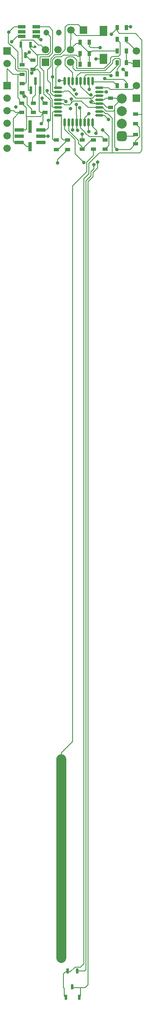
<source format=gtl>
%FSLAX25Y25*%
%MOIN*%
G70*
G01*
G75*
G04 Layer_Physical_Order=1*
G04 Layer_Color=255*
%ADD10R,0.03937X0.02756*%
%ADD11R,0.02362X0.03937*%
%ADD12R,0.01969X0.03937*%
%ADD13R,0.02756X0.03937*%
%ADD14R,0.06299X0.07874*%
%ADD15O,0.02165X0.06496*%
%ADD16O,0.06496X0.02165*%
%ADD17R,0.02362X0.05118*%
%ADD18R,0.06299X0.02756*%
%ADD19R,0.02362X0.05906*%
%ADD20R,0.03150X0.09843*%
%ADD21R,0.03150X0.07480*%
%ADD22R,0.07480X0.03150*%
%ADD23C,0.00787*%
%ADD24C,0.07874*%
G04:AMPARAMS|DCode=25|XSize=78.74mil|YSize=78.74mil|CornerRadius=19.69mil|HoleSize=0mil|Usage=FLASHONLY|Rotation=270.000|XOffset=0mil|YOffset=0mil|HoleType=Round|Shape=RoundedRectangle|*
%AMROUNDEDRECTD25*
21,1,0.07874,0.03937,0,0,270.0*
21,1,0.03937,0.07874,0,0,270.0*
1,1,0.03937,-0.01969,-0.01969*
1,1,0.03937,-0.01969,0.01969*
1,1,0.03937,0.01969,0.01969*
1,1,0.03937,0.01969,-0.01969*
%
%ADD25ROUNDEDRECTD25*%
%ADD26C,0.07874*%
%ADD27C,0.05906*%
%ADD28R,0.05906X0.05906*%
%ADD29R,0.05906X0.05906*%
%ADD30C,0.04724*%
%ADD31C,0.02362*%
%ADD32C,0.02756*%
D10*
X30709Y278937D02*
D03*
Y286417D02*
D03*
X21555Y286417D02*
D03*
Y278937D02*
D03*
X44193Y319685D02*
D03*
Y312205D02*
D03*
X-17618Y342716D02*
D03*
Y350197D02*
D03*
X-26476Y338779D02*
D03*
Y346260D02*
D03*
X-26575Y331496D02*
D03*
Y324016D02*
D03*
X-26673Y315748D02*
D03*
Y308268D02*
D03*
X-17284Y315748D02*
D03*
Y308268D02*
D03*
X-7973D02*
D03*
Y315748D02*
D03*
X886Y286220D02*
D03*
Y278740D02*
D03*
X9842D02*
D03*
Y286220D02*
D03*
X39764Y278937D02*
D03*
Y286417D02*
D03*
X64272Y299410D02*
D03*
Y306890D02*
D03*
X64272Y283268D02*
D03*
Y290748D02*
D03*
D11*
X13681Y-389370D02*
D03*
X17421Y-376772D02*
D03*
X9941D02*
D03*
D12*
X8464Y-397539D02*
D03*
X19193D02*
D03*
D13*
X27362Y346555D02*
D03*
X19882D02*
D03*
X27362Y355374D02*
D03*
X19882D02*
D03*
Y364232D02*
D03*
X27362D02*
D03*
X56890Y348150D02*
D03*
X49409D02*
D03*
Y338957D02*
D03*
X56890D02*
D03*
X49409Y329724D02*
D03*
X56890D02*
D03*
X49409Y357460D02*
D03*
X56890D02*
D03*
Y366654D02*
D03*
X49409D02*
D03*
Y375984D02*
D03*
X56890D02*
D03*
D14*
X38386Y351181D02*
D03*
Y373228D02*
D03*
D15*
X29724Y300394D02*
D03*
X26575D02*
D03*
X23425D02*
D03*
X20276D02*
D03*
X17126D02*
D03*
X13976D02*
D03*
X10827D02*
D03*
X7677D02*
D03*
Y333464D02*
D03*
X10827D02*
D03*
X13976D02*
D03*
X17126D02*
D03*
X20276D02*
D03*
X23425D02*
D03*
X26575D02*
D03*
X29724D02*
D03*
D16*
X2165Y305905D02*
D03*
Y309055D02*
D03*
Y312205D02*
D03*
Y315354D02*
D03*
Y318504D02*
D03*
Y321653D02*
D03*
Y324803D02*
D03*
Y327953D02*
D03*
X35236D02*
D03*
Y324803D02*
D03*
Y321653D02*
D03*
Y318504D02*
D03*
Y315354D02*
D03*
Y312205D02*
D03*
Y309055D02*
D03*
Y305905D02*
D03*
D17*
X-23622Y354134D02*
D03*
X-27362Y362401D02*
D03*
X-19882D02*
D03*
D18*
X-15157Y369094D02*
D03*
Y376575D02*
D03*
Y372835D02*
D03*
X-26772D02*
D03*
Y376575D02*
D03*
Y369094D02*
D03*
D19*
X-19488Y325984D02*
D03*
X-12008D02*
D03*
X-15748Y333465D02*
D03*
D20*
X-20079Y297047D02*
D03*
D21*
Y280906D02*
D03*
D22*
X-11520Y284354D02*
D03*
Y294354D02*
D03*
Y289354D02*
D03*
X-28638D02*
D03*
Y294354D02*
D03*
Y284354D02*
D03*
D23*
X540Y327953D02*
Y343537D01*
X-2008Y333151D02*
Y350500D01*
X-2271Y332888D02*
X-2008Y333151D01*
X-6196Y333927D02*
X-3846Y331576D01*
Y324028D02*
Y331576D01*
Y324028D02*
X-1471Y321653D01*
X-24112Y331496D02*
X-23271Y332337D01*
X-26575Y331496D02*
X-24112D01*
X-17520Y360039D02*
X-16240D01*
X-19882Y362401D02*
X-17520Y360039D01*
X-16240D02*
Y360728D01*
X-26764Y366144D02*
X-17400D01*
X-19882Y359248D02*
Y362401D01*
Y359248D02*
X-14871Y354237D01*
X-17400Y366144D02*
X-13325Y362069D01*
X-15157Y376575D02*
X-4925D01*
X-35138Y362106D02*
X-29771Y356739D01*
Y343537D02*
Y356739D01*
X-26476Y346260D02*
Y357751D01*
X-29148Y342913D02*
X-22271D01*
X-29771Y343537D02*
X-29148Y342913D01*
X-30271Y341338D02*
X-23271D01*
X-31871Y342938D02*
X-30271Y341338D01*
X-31871Y342938D02*
Y350769D01*
X-38386Y357284D02*
X-31871Y350769D01*
X-37303Y371949D02*
X-37008Y372244D01*
X-37303Y363605D02*
Y371949D01*
Y363605D02*
X-35804Y362106D01*
X-35138D01*
X-34744Y364665D02*
X-30315Y369094D01*
X-26772D01*
X-32677Y376575D02*
X-26772D01*
X-37008Y372244D02*
X-32677Y376575D01*
X-17618Y340650D02*
Y342716D01*
X-18701Y339567D02*
X-17618Y340650D01*
X-2071Y355609D02*
Y373721D01*
X-4925Y376575D02*
X-2071Y373721D01*
X-15157Y369094D02*
X-12500Y366437D01*
X-11371D01*
X-13325Y362069D02*
X-11518D01*
X27090Y288976D02*
X37205D01*
X24213Y291853D02*
X27090Y288976D01*
X20276Y295942D02*
X24213Y292005D01*
X20276Y295942D02*
Y300394D01*
X24213Y291853D02*
Y292005D01*
X21555Y290846D02*
X21654Y290945D01*
X21555Y286417D02*
Y290846D01*
X35236Y324803D02*
X41732D01*
X41732Y324803D01*
X40945D02*
X41732D01*
X43945Y326537D02*
X61773D01*
X42529Y327953D02*
X43945Y326537D01*
X35236Y327953D02*
X42529D01*
X39370Y305905D02*
X42520Y302756D01*
X35236Y305905D02*
X39370D01*
X41808Y307480D02*
X45669Y303619D01*
X40104Y307480D02*
X41808D01*
X45669Y276531D02*
Y303619D01*
X32677Y291732D02*
X33071D01*
X38529Y309055D02*
X40104Y307480D01*
X37453Y294146D02*
X37795Y294488D01*
X37453Y294146D02*
X37795Y294488D01*
X37453Y294146D02*
Y294146D01*
X26575Y293110D02*
X26772Y292913D01*
X18406Y283858D02*
X21555Y280709D01*
X18406Y283858D02*
Y286184D01*
X10827Y293763D02*
X18406Y286184D01*
X10827Y293763D02*
Y300394D01*
X15748Y275295D02*
Y286614D01*
X7677Y294685D02*
X15748Y286614D01*
X7677Y294685D02*
Y300394D01*
X15748Y275295D02*
X22736Y268307D01*
X1968Y270866D02*
X9842Y278740D01*
X1968Y268012D02*
Y270866D01*
X2362Y278740D02*
X9842Y286220D01*
X-2271Y287020D02*
Y308255D01*
Y287020D02*
X-1471Y286220D01*
X886D01*
X-5512Y295914D02*
Y302137D01*
X-7071Y294354D02*
X-5512Y295914D01*
X-11520Y294354D02*
X-7071D01*
X7696Y314345D02*
X11426D01*
X6686Y315354D02*
X7696Y314345D01*
X2165Y315354D02*
X6686D01*
X26870Y267815D02*
X35192Y276137D01*
X25295Y268602D02*
X30709Y274016D01*
X25295Y261122D02*
Y268602D01*
X26870Y259252D02*
Y267815D01*
X33858Y264111D02*
Y268799D01*
X13780Y249606D02*
X25295Y261122D01*
X13780Y-193701D02*
Y249606D01*
X4921Y-202559D02*
X13780Y-193701D01*
X4921Y-207677D02*
Y-202559D01*
X11912Y-377461D02*
X15751Y-373622D01*
X8071Y-377461D02*
X11912D01*
X6496Y-379036D02*
X8071Y-377461D01*
X6496Y-389761D02*
Y-379036D01*
Y-389761D02*
X7382Y-390647D01*
Y-396507D02*
Y-390647D01*
Y-396507D02*
X8366Y-397491D01*
X22952Y255334D02*
X26870Y259252D01*
X22952Y237490D02*
Y255334D01*
Y237490D02*
X23031Y237411D01*
Y32283D02*
Y237411D01*
X24527Y253740D02*
X28543Y257756D01*
X24527Y238142D02*
Y253740D01*
Y238142D02*
X24606Y238063D01*
Y-375787D02*
Y238063D01*
X26102Y253088D02*
X30118Y257104D01*
X26102Y238794D02*
Y253088D01*
Y238794D02*
X26181Y238715D01*
Y-387795D02*
Y238715D01*
X30118Y257104D02*
Y260371D01*
X28543Y257756D02*
Y261023D01*
X30709Y274016D02*
Y278937D01*
X69291Y306693D02*
Y366174D01*
Y277953D02*
Y306693D01*
X64468D02*
X69291D01*
X64272Y306890D02*
X64468Y306693D01*
X64272Y299410D02*
X67323Y296358D01*
Y292812D02*
Y296358D01*
Y292812D02*
X67421Y292714D01*
Y288881D02*
Y292714D01*
X64272Y285731D02*
X67421Y288881D01*
X64272Y283268D02*
Y285731D01*
X64129Y371337D02*
X69291Y366174D01*
X67475Y276137D02*
X69291Y277953D01*
X53150Y289370D02*
X62894D01*
X64272Y290748D01*
X49229Y278740D02*
X59744D01*
X64272Y283268D01*
X46063Y276137D02*
X67475D01*
X26575Y293110D02*
Y300394D01*
X33071Y291732D02*
Y293701D01*
X29724Y297047D02*
X33071Y293701D01*
X29724Y297047D02*
Y300394D01*
X39764Y278937D02*
X42913Y282087D01*
Y289370D01*
X37795Y294488D02*
X42913Y289370D01*
X37795Y294488D02*
X37795D01*
X21555Y278937D02*
X29035Y286417D01*
X30709D01*
X37205Y288976D02*
X39764Y286417D01*
X21555Y278937D02*
Y280709D01*
X17126Y294094D02*
Y300394D01*
X17126Y294094D02*
X17717D01*
X17126Y294094D02*
X17126Y294094D01*
X35192Y276137D02*
X46063D01*
X45669Y276531D02*
X46063Y276137D01*
X40529Y309437D02*
X46529D01*
X47429Y280540D02*
Y310337D01*
Y280540D02*
X49229Y278740D01*
X22835Y-370866D02*
Y32087D01*
X23031Y32283D01*
X20079Y-373622D02*
X22835Y-370866D01*
X15751Y-373622D02*
X20079D01*
X17421Y-376772D02*
X23622D01*
X24606Y-375787D01*
X23917Y-390059D02*
X26181Y-387795D01*
X20079Y-390059D02*
X23917D01*
X20276Y-396507D02*
Y-390256D01*
X19291Y-397491D02*
X20276Y-396507D01*
X886Y278740D02*
X2362D01*
X45790Y349547D02*
X47542Y351300D01*
X49409Y338957D02*
Y343133D01*
X39981Y341762D02*
Y341762D01*
X45790Y347570D02*
Y349547D01*
X39981Y341762D02*
X45790Y347570D01*
X47542Y351300D02*
X51277D01*
X51968Y350608D01*
Y345692D02*
Y350608D01*
X49409Y343133D02*
X51968Y345692D01*
X46456Y332678D02*
X49409Y329724D01*
X30511Y332678D02*
X46456D01*
X29724Y333464D02*
X30511Y332678D01*
X4829Y287920D02*
Y305905D01*
X56890Y376637D02*
X60329D01*
X16817Y369837D02*
X38386D01*
X44193Y319685D02*
X48429D01*
X47429Y310337D02*
Y313649D01*
X12929Y315848D02*
X14336Y317255D01*
X-14871Y354237D02*
X-13971Y353337D01*
X-28928Y338779D02*
X-26476D01*
X-33671D02*
X-28928D01*
X-38386Y338437D02*
Y343494D01*
X-9671Y300937D02*
Y308268D01*
X-28371Y315748D02*
Y318637D01*
X49409Y373256D02*
Y375317D01*
X3229Y333537D02*
X7677D01*
X-6371Y324153D02*
Y325637D01*
X-18771Y308268D02*
Y311137D01*
X-26071Y324016D02*
X-22371Y320316D01*
X19882Y346555D02*
Y353165D01*
X17835D02*
X19882D01*
X29812Y315354D02*
X31929D01*
X27681Y319687D02*
X29720Y317607D01*
X31929Y315354D01*
X27681Y319687D02*
X29729D01*
X-2271Y332888D02*
Y336837D01*
Y325779D02*
Y332888D01*
Y325303D02*
Y325779D01*
X-1771Y324803D02*
X-1295D01*
X-28671Y308268D02*
X-26673D01*
X-31814D02*
X-28671D01*
X32529Y351137D02*
X38386D01*
X49409Y345717D02*
Y348150D01*
X43879Y340187D02*
X49409Y345717D01*
X20076Y340187D02*
X43879D01*
X17126Y337237D02*
X20076Y340187D01*
X17126Y333464D02*
Y337237D01*
X7260Y318504D02*
X8655Y317109D01*
X2165Y318504D02*
X7260D01*
X-14871Y354237D02*
X-6216D01*
X-3740Y356713D01*
Y368740D01*
X-7047Y372047D02*
X-3740Y368740D01*
X29409Y357460D02*
X49409D01*
X27362Y355413D02*
X29409Y357460D01*
X11426Y314345D02*
X12929Y315848D01*
Y319137D01*
X16948Y363247D02*
X19882D01*
X12126Y358425D02*
X16948Y363247D01*
X-38386Y338437D02*
X-38386Y329724D01*
X-11471Y304937D02*
X-9744Y308268D01*
X-23071Y304937D02*
X-11471D01*
X-23071D02*
X-22871Y302737D01*
Y295354D02*
Y302737D01*
X-26673Y315748D02*
X-23071Y312146D01*
Y304937D02*
Y312146D01*
X-23871Y294354D02*
X-22871Y295354D01*
X-28638Y294354D02*
X-23871D01*
X51329Y371337D02*
X64129D01*
X49409Y373256D02*
X51329Y371337D01*
X10827Y329937D02*
Y333464D01*
Y329937D02*
X14527Y326237D01*
X15229D01*
X20276Y329137D02*
Y333464D01*
Y329137D02*
X27076Y322337D01*
X28429D01*
X-11520Y289354D02*
X-5689D01*
X13976Y294237D02*
Y300394D01*
X-23271Y332337D02*
Y341338D01*
X-19685Y350197D02*
X-17618D01*
X-23622Y354134D02*
X-19685Y350197D01*
X41279Y312205D02*
X44193D01*
X38129Y315354D02*
X41279Y312205D01*
X35236Y315354D02*
X38129D01*
X2165Y324803D02*
X6770D01*
X11028Y325296D02*
X16637Y319687D01*
X27681D01*
X31929Y315354D02*
X35236D01*
X-27362Y362401D02*
X-26476Y357751D01*
X35236Y309055D02*
X38529D01*
X16829Y306337D02*
Y314637D01*
Y306337D02*
X17126Y306040D01*
Y300394D02*
Y306040D01*
X14336Y317255D02*
X21032D01*
X26082Y312205D01*
X35236D01*
X56890Y338957D02*
Y339876D01*
X54129Y342637D02*
X56890Y339876D01*
X28629Y316537D02*
X29812Y315354D01*
X56890Y329724D02*
Y332337D01*
X54590Y334637D02*
X56890Y332337D01*
X40029Y334637D02*
X54590D01*
X39429Y335237D02*
X40029Y334637D01*
X19429Y311937D02*
X20276Y311090D01*
Y300394D02*
Y311090D01*
X38386Y351137D02*
Y351181D01*
X27129Y326837D02*
Y330783D01*
X26575Y331337D02*
X27129Y330783D01*
X26575Y331337D02*
Y333464D01*
X-26575Y322840D02*
Y324016D01*
Y322840D02*
X-24671Y320937D01*
X-6471Y325637D02*
X-6371D01*
Y324153D02*
X-3871Y321653D01*
X-1471Y312205D02*
X2165D01*
X-1295Y324803D02*
X2165D01*
X-2271Y325779D02*
X-1295Y324803D01*
X-2008Y350500D02*
X129Y352637D01*
X4920D01*
X6417Y354134D01*
X16866D01*
X17835Y353165D01*
X19882D02*
Y355413D01*
X18417Y378237D02*
X22638Y374015D01*
X9729Y378237D02*
X18417D01*
X7929Y376437D02*
X9729Y378237D01*
X7929Y358382D02*
Y376437D01*
X3784Y354237D02*
X7929Y358382D01*
X-498Y354237D02*
X3784D01*
X-3583Y351152D02*
X-498Y354237D01*
X-3583Y345137D02*
Y351152D01*
X-6196Y342523D02*
X-3583Y345137D01*
X-6196Y333927D02*
Y342523D01*
X-1471Y321653D02*
X2165D01*
X2126Y345123D02*
Y348425D01*
X540Y343537D02*
X2126Y345123D01*
X540Y327953D02*
X2165D01*
X-2271Y325303D02*
X-1771Y324803D01*
X-13971Y346364D02*
Y353337D01*
X-17618Y342716D02*
X-13971Y346364D01*
X-23622Y354134D02*
X-22974D01*
X-20721Y356387D01*
X-28371Y315748D02*
X-26673D01*
X-29771Y320037D02*
X-28371Y318637D01*
X-29771Y320037D02*
Y337937D01*
X-28928Y338779D01*
X-21371Y325984D02*
X-19488D01*
X-21371D02*
Y342013D01*
X-22271Y342913D02*
X-21371Y342013D01*
X-38386Y343494D02*
X-33671Y338779D01*
X49409Y375317D02*
Y375984D01*
X44929Y370837D02*
X49409Y375317D01*
X23425Y303933D02*
X26829Y307337D01*
X23425Y300394D02*
Y303933D01*
X-11271Y299337D02*
X-9671Y300937D01*
X-9744Y308268D02*
X-9671D01*
X35236Y312205D02*
X37761D01*
X40529Y309437D01*
X46529D02*
X47429Y310337D01*
Y313649D02*
X53150Y319370D01*
X-11802Y308268D02*
X-9744D01*
X-12008Y323237D02*
Y325984D01*
X-15748Y322458D02*
Y333465D01*
X-18170Y320037D02*
X-15748Y322458D01*
X-18170Y315748D02*
Y320037D01*
X-12008Y344291D02*
Y352559D01*
X-5121D01*
X-2071Y355609D01*
X23425Y333464D02*
Y337137D01*
X24521Y338233D01*
X44033D01*
X44629Y337637D01*
X13976Y333464D02*
Y340090D01*
X7929Y346137D02*
X13976Y340090D01*
X7929Y346137D02*
Y350759D01*
X9729Y352559D01*
X14700D01*
X17323Y349937D01*
Y343337D02*
Y349937D01*
Y343337D02*
X39329D01*
X44215Y348223D01*
Y351537D01*
X45553Y352875D01*
X50467D01*
X52029Y354437D01*
Y364035D01*
X49409Y366654D02*
X52029Y364035D01*
X12126Y348425D02*
X14329Y346222D01*
Y343537D02*
Y346222D01*
Y343537D02*
X16104Y341762D01*
X39981D01*
X6770Y324803D02*
X7263Y325296D01*
X11028D01*
X29729Y319687D02*
X31696Y321653D01*
X35236D01*
X7677Y333464D02*
Y333537D01*
X56890Y375984D02*
Y376637D01*
X-2271Y308255D02*
X-1471Y309055D01*
X2165D01*
X-11518Y362069D02*
X-7874Y358425D01*
X-27362Y365545D02*
X-26764Y366144D01*
X-27362Y362401D02*
Y365545D01*
X28462Y360037D02*
X35929D01*
X27362Y361137D02*
X28462Y360037D01*
X27362Y361137D02*
Y363247D01*
X56890Y364476D02*
Y366654D01*
Y364476D02*
X57729Y363637D01*
X58607D01*
X64961Y357284D01*
X-18771Y308268D02*
X-18170D01*
X-22371Y314737D02*
X-18771Y311137D01*
X-22371Y314737D02*
Y320316D01*
X-26575Y324016D02*
X-26071D01*
X2165Y305905D02*
X4829D01*
Y287920D02*
X6529Y286220D01*
X9842D01*
X-12008Y325984D02*
Y340453D01*
X-14271Y342716D02*
X-12008Y340453D01*
X-17618Y342716D02*
X-14271D01*
X-32671Y284354D02*
X-28638D01*
X-33571Y285254D02*
X-32671Y284354D01*
X-33571Y285254D02*
Y303368D01*
X-28671Y308268D01*
X61773Y326537D02*
X64961Y329724D01*
X38386Y369837D02*
Y373228D01*
X12638Y374015D02*
X16817Y369837D01*
X56890Y348150D02*
Y357460D01*
X61296Y347284D02*
X64961D01*
X60429Y348150D02*
X61296Y347284D01*
X56890Y348150D02*
X60429D01*
X40210Y319685D02*
X44193D01*
X39029Y318504D02*
X40210Y319685D01*
X35236Y318504D02*
X39029D01*
X48744Y319370D02*
X53150D01*
X48429Y319685D02*
X48744Y319370D01*
X27362Y346555D02*
Y355413D01*
X19882Y363017D02*
Y363247D01*
Y363017D02*
X27362Y355537D01*
Y355413D02*
Y355537D01*
X12638Y366449D02*
Y374015D01*
X12126Y365937D02*
X12638Y366449D01*
X12126Y358425D02*
Y365937D01*
X-22722Y280906D02*
X-20079D01*
X-26171Y284354D02*
X-22722Y280906D01*
X-28638Y284354D02*
X-26171D01*
X-33271Y309724D02*
X-31814Y308268D01*
X-38386Y309724D02*
X-33271D01*
X-12930Y309396D02*
Y322315D01*
Y309396D02*
X-11802Y308268D01*
X-12930Y322315D02*
X-12008Y323237D01*
X-5471Y302137D02*
X-3937D01*
Y317985D01*
X-3871Y320145D02*
Y321653D01*
Y320145D02*
X-2362Y318637D01*
Y313096D02*
Y318637D01*
Y313096D02*
X-1471Y312205D01*
X-10371Y318146D02*
Y319637D01*
Y318146D02*
X-7973Y315748D01*
X-12008Y344291D02*
X-9030Y341313D01*
Y323078D02*
X-3937Y317985D01*
X-9030Y323078D02*
Y341313D01*
X20079Y-390059D02*
X20276Y-390256D01*
X13681Y-390059D02*
X20079D01*
X30807Y263287D02*
Y266732D01*
X30118Y260371D02*
X33858Y264111D01*
X28543Y261023D02*
X30807Y263287D01*
D24*
X4921Y-366142D02*
Y-207677D01*
D25*
X53150Y289370D02*
D03*
D26*
Y299370D02*
D03*
Y309370D02*
D03*
Y319370D02*
D03*
D27*
X12126Y358425D02*
D03*
Y348425D02*
D03*
X2126Y358425D02*
D03*
Y348425D02*
D03*
X-7874Y358425D02*
D03*
X-38386Y347284D02*
D03*
X-38386Y319724D02*
D03*
Y309724D02*
D03*
Y299724D02*
D03*
Y289724D02*
D03*
Y279724D02*
D03*
X64961Y329724D02*
D03*
Y357284D02*
D03*
X12638Y374015D02*
D03*
D28*
X-7874Y348425D02*
D03*
X22638Y374015D02*
D03*
D29*
X-38386Y357284D02*
D03*
X-38386Y329724D02*
D03*
X64961Y319724D02*
D03*
Y347284D02*
D03*
D30*
X2953Y372047D02*
D03*
X-7047D02*
D03*
D31*
X-16240Y360728D02*
D03*
D32*
X-20721Y356387D02*
D03*
X-18701Y339567D02*
D03*
X-37008Y372244D02*
D03*
X21654Y290945D02*
D03*
X17717Y294094D02*
D03*
X40945Y324803D02*
D03*
X42520Y302756D02*
D03*
X37795Y294488D02*
D03*
X32677Y291732D02*
D03*
X26772Y292913D02*
D03*
X8655Y317109D02*
D03*
X33858Y268799D02*
D03*
X13976Y294237D02*
D03*
X30807Y266732D02*
D03*
X28429Y322337D02*
D03*
X-31496Y312795D02*
D03*
X16929Y323031D02*
D03*
X12303Y311417D02*
D03*
X-34744Y364665D02*
D03*
X1968Y268012D02*
D03*
X-10371Y319637D02*
D03*
X49229Y278740D02*
D03*
X12929Y319137D02*
D03*
X15229Y326237D02*
D03*
X-5689Y289354D02*
D03*
X-5471Y302137D02*
D03*
X-11371Y366437D02*
D03*
X16829Y314637D02*
D03*
X54129Y342637D02*
D03*
X28629Y316537D02*
D03*
X39429Y335237D02*
D03*
X19429Y311937D02*
D03*
X32529Y351137D02*
D03*
X27129Y326837D02*
D03*
X-24671Y320937D02*
D03*
X-6471Y325637D02*
D03*
X-2271Y336837D02*
D03*
X44929Y370837D02*
D03*
X26829Y307337D02*
D03*
X-11271Y299337D02*
D03*
X44629Y337637D02*
D03*
X3229Y333537D02*
D03*
X60329Y376637D02*
D03*
X35929Y360037D02*
D03*
X22736Y268307D02*
D03*
M02*

</source>
